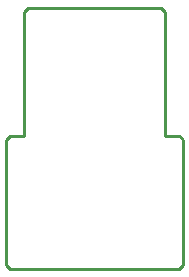
<source format=gko>
G04 ---------------------------- Layer name :KeepOutLayer *
G04 easyEDA 0.1*
G04 Scale: 100 percent, Rotated: No, Reflected: No *
G04 Dimensions in inches *
G04 leading zeros omitted , absolute positions ,2 integer and 4 * 
%FSLAX24Y24*%
%MOIN*%
G90*
G70D02*

%ADD10C,0.010000*%
G54D10*
G01X5734Y13137D02*
G01X5362Y13137D01*
G01X5361Y17156D01*
G01X5358Y17209D01*
G01X5346Y17254D01*
G01X5295Y17328D01*
G01X5218Y17374D01*
G01X5173Y17384D01*
G01X5074Y17385D01*
G01X825Y17384D01*
G01X780Y17374D01*
G01X703Y17328D01*
G01X652Y17254D01*
G01X640Y17209D01*
G01X637Y17156D01*
G01X636Y13137D01*
G01X264Y13137D01*
G01X215Y13132D01*
G01X170Y13117D01*
G01X97Y13062D01*
G01X71Y13024D01*
G01X54Y12982D01*
G01X47Y12935D01*
G01X46Y8920D01*
G01X49Y8868D01*
G01X62Y8823D01*
G01X85Y8784D01*
G01X152Y8722D01*
G01X195Y8703D01*
G01X243Y8694D01*
G01X364Y8693D01*
G01X5755Y8694D01*
G01X5803Y8703D01*
G01X5883Y8750D01*
G01X5936Y8823D01*
G01X5949Y8868D01*
G01X5952Y8920D01*
G01X5952Y12935D01*
G01X5945Y12982D01*
G01X5928Y13024D01*
G01X5902Y13062D01*
G01X5828Y13117D01*
G01X5783Y13132D01*

%LPD*%

M00*
M02*
</source>
